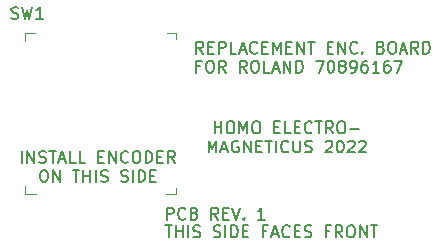
<source format=gto>
%TF.GenerationSoftware,KiCad,Pcbnew,(6.0.5-0)*%
%TF.CreationDate,2022-05-25T22:38:33-04:00*%
%TF.ProjectId,jv-2080-enc,6a762d32-3038-4302-9d65-6e632e6b6963,1*%
%TF.SameCoordinates,Original*%
%TF.FileFunction,Legend,Top*%
%TF.FilePolarity,Positive*%
%FSLAX46Y46*%
G04 Gerber Fmt 4.6, Leading zero omitted, Abs format (unit mm)*
G04 Created by KiCad (PCBNEW (6.0.5-0)) date 2022-05-25 22:38:33*
%MOMM*%
%LPD*%
G01*
G04 APERTURE LIST*
%ADD10C,0.150000*%
%ADD11C,0.100000*%
%ADD12C,2.000000*%
%ADD13R,2.800000X3.600000*%
%ADD14C,1.600000*%
%ADD15O,1.600000X1.600000*%
%ADD16R,1.600000X1.600000*%
%ADD17C,0.100000*%
%ADD18O,1.500000X4.000000*%
G04 APERTURE END LIST*
D10*
X136335595Y-103452380D02*
X136335595Y-102452380D01*
X136716547Y-102452380D01*
X136811785Y-102500000D01*
X136859404Y-102547619D01*
X136907023Y-102642857D01*
X136907023Y-102785714D01*
X136859404Y-102880952D01*
X136811785Y-102928571D01*
X136716547Y-102976190D01*
X136335595Y-102976190D01*
X137907023Y-103357142D02*
X137859404Y-103404761D01*
X137716547Y-103452380D01*
X137621309Y-103452380D01*
X137478452Y-103404761D01*
X137383214Y-103309523D01*
X137335595Y-103214285D01*
X137287976Y-103023809D01*
X137287976Y-102880952D01*
X137335595Y-102690476D01*
X137383214Y-102595238D01*
X137478452Y-102500000D01*
X137621309Y-102452380D01*
X137716547Y-102452380D01*
X137859404Y-102500000D01*
X137907023Y-102547619D01*
X138668928Y-102928571D02*
X138811785Y-102976190D01*
X138859404Y-103023809D01*
X138907023Y-103119047D01*
X138907023Y-103261904D01*
X138859404Y-103357142D01*
X138811785Y-103404761D01*
X138716547Y-103452380D01*
X138335595Y-103452380D01*
X138335595Y-102452380D01*
X138668928Y-102452380D01*
X138764166Y-102500000D01*
X138811785Y-102547619D01*
X138859404Y-102642857D01*
X138859404Y-102738095D01*
X138811785Y-102833333D01*
X138764166Y-102880952D01*
X138668928Y-102928571D01*
X138335595Y-102928571D01*
X140668928Y-103452380D02*
X140335595Y-102976190D01*
X140097500Y-103452380D02*
X140097500Y-102452380D01*
X140478452Y-102452380D01*
X140573690Y-102500000D01*
X140621309Y-102547619D01*
X140668928Y-102642857D01*
X140668928Y-102785714D01*
X140621309Y-102880952D01*
X140573690Y-102928571D01*
X140478452Y-102976190D01*
X140097500Y-102976190D01*
X141097500Y-102928571D02*
X141430833Y-102928571D01*
X141573690Y-103452380D02*
X141097500Y-103452380D01*
X141097500Y-102452380D01*
X141573690Y-102452380D01*
X141859404Y-102452380D02*
X142192738Y-103452380D01*
X142526071Y-102452380D01*
X142859404Y-103357142D02*
X142907023Y-103404761D01*
X142859404Y-103452380D01*
X142811785Y-103404761D01*
X142859404Y-103357142D01*
X142859404Y-103452380D01*
X144621309Y-103452380D02*
X144049880Y-103452380D01*
X144335595Y-103452380D02*
X144335595Y-102452380D01*
X144240357Y-102595238D01*
X144145119Y-102690476D01*
X144049880Y-102738095D01*
X124047619Y-98647380D02*
X124047619Y-97647380D01*
X124523809Y-98647380D02*
X124523809Y-97647380D01*
X125095238Y-98647380D01*
X125095238Y-97647380D01*
X125523809Y-98599761D02*
X125666666Y-98647380D01*
X125904761Y-98647380D01*
X126000000Y-98599761D01*
X126047619Y-98552142D01*
X126095238Y-98456904D01*
X126095238Y-98361666D01*
X126047619Y-98266428D01*
X126000000Y-98218809D01*
X125904761Y-98171190D01*
X125714285Y-98123571D01*
X125619047Y-98075952D01*
X125571428Y-98028333D01*
X125523809Y-97933095D01*
X125523809Y-97837857D01*
X125571428Y-97742619D01*
X125619047Y-97695000D01*
X125714285Y-97647380D01*
X125952380Y-97647380D01*
X126095238Y-97695000D01*
X126380952Y-97647380D02*
X126952380Y-97647380D01*
X126666666Y-98647380D02*
X126666666Y-97647380D01*
X127238095Y-98361666D02*
X127714285Y-98361666D01*
X127142857Y-98647380D02*
X127476190Y-97647380D01*
X127809523Y-98647380D01*
X128619047Y-98647380D02*
X128142857Y-98647380D01*
X128142857Y-97647380D01*
X129428571Y-98647380D02*
X128952380Y-98647380D01*
X128952380Y-97647380D01*
X130523809Y-98123571D02*
X130857142Y-98123571D01*
X131000000Y-98647380D02*
X130523809Y-98647380D01*
X130523809Y-97647380D01*
X131000000Y-97647380D01*
X131428571Y-98647380D02*
X131428571Y-97647380D01*
X132000000Y-98647380D01*
X132000000Y-97647380D01*
X133047619Y-98552142D02*
X133000000Y-98599761D01*
X132857142Y-98647380D01*
X132761904Y-98647380D01*
X132619047Y-98599761D01*
X132523809Y-98504523D01*
X132476190Y-98409285D01*
X132428571Y-98218809D01*
X132428571Y-98075952D01*
X132476190Y-97885476D01*
X132523809Y-97790238D01*
X132619047Y-97695000D01*
X132761904Y-97647380D01*
X132857142Y-97647380D01*
X133000000Y-97695000D01*
X133047619Y-97742619D01*
X133666666Y-97647380D02*
X133857142Y-97647380D01*
X133952380Y-97695000D01*
X134047619Y-97790238D01*
X134095238Y-97980714D01*
X134095238Y-98314047D01*
X134047619Y-98504523D01*
X133952380Y-98599761D01*
X133857142Y-98647380D01*
X133666666Y-98647380D01*
X133571428Y-98599761D01*
X133476190Y-98504523D01*
X133428571Y-98314047D01*
X133428571Y-97980714D01*
X133476190Y-97790238D01*
X133571428Y-97695000D01*
X133666666Y-97647380D01*
X134523809Y-98647380D02*
X134523809Y-97647380D01*
X134761904Y-97647380D01*
X134904761Y-97695000D01*
X135000000Y-97790238D01*
X135047619Y-97885476D01*
X135095238Y-98075952D01*
X135095238Y-98218809D01*
X135047619Y-98409285D01*
X135000000Y-98504523D01*
X134904761Y-98599761D01*
X134761904Y-98647380D01*
X134523809Y-98647380D01*
X135523809Y-98123571D02*
X135857142Y-98123571D01*
X136000000Y-98647380D02*
X135523809Y-98647380D01*
X135523809Y-97647380D01*
X136000000Y-97647380D01*
X137000000Y-98647380D02*
X136666666Y-98171190D01*
X136428571Y-98647380D02*
X136428571Y-97647380D01*
X136809523Y-97647380D01*
X136904761Y-97695000D01*
X136952380Y-97742619D01*
X137000000Y-97837857D01*
X137000000Y-97980714D01*
X136952380Y-98075952D01*
X136904761Y-98123571D01*
X136809523Y-98171190D01*
X136428571Y-98171190D01*
X125833333Y-99257380D02*
X126023809Y-99257380D01*
X126119047Y-99305000D01*
X126214285Y-99400238D01*
X126261904Y-99590714D01*
X126261904Y-99924047D01*
X126214285Y-100114523D01*
X126119047Y-100209761D01*
X126023809Y-100257380D01*
X125833333Y-100257380D01*
X125738095Y-100209761D01*
X125642857Y-100114523D01*
X125595238Y-99924047D01*
X125595238Y-99590714D01*
X125642857Y-99400238D01*
X125738095Y-99305000D01*
X125833333Y-99257380D01*
X126690476Y-100257380D02*
X126690476Y-99257380D01*
X127261904Y-100257380D01*
X127261904Y-99257380D01*
X128357142Y-99257380D02*
X128928571Y-99257380D01*
X128642857Y-100257380D02*
X128642857Y-99257380D01*
X129261904Y-100257380D02*
X129261904Y-99257380D01*
X129261904Y-99733571D02*
X129833333Y-99733571D01*
X129833333Y-100257380D02*
X129833333Y-99257380D01*
X130309523Y-100257380D02*
X130309523Y-99257380D01*
X130738095Y-100209761D02*
X130880952Y-100257380D01*
X131119047Y-100257380D01*
X131214285Y-100209761D01*
X131261904Y-100162142D01*
X131309523Y-100066904D01*
X131309523Y-99971666D01*
X131261904Y-99876428D01*
X131214285Y-99828809D01*
X131119047Y-99781190D01*
X130928571Y-99733571D01*
X130833333Y-99685952D01*
X130785714Y-99638333D01*
X130738095Y-99543095D01*
X130738095Y-99447857D01*
X130785714Y-99352619D01*
X130833333Y-99305000D01*
X130928571Y-99257380D01*
X131166666Y-99257380D01*
X131309523Y-99305000D01*
X132452380Y-100209761D02*
X132595238Y-100257380D01*
X132833333Y-100257380D01*
X132928571Y-100209761D01*
X132976190Y-100162142D01*
X133023809Y-100066904D01*
X133023809Y-99971666D01*
X132976190Y-99876428D01*
X132928571Y-99828809D01*
X132833333Y-99781190D01*
X132642857Y-99733571D01*
X132547619Y-99685952D01*
X132500000Y-99638333D01*
X132452380Y-99543095D01*
X132452380Y-99447857D01*
X132500000Y-99352619D01*
X132547619Y-99305000D01*
X132642857Y-99257380D01*
X132880952Y-99257380D01*
X133023809Y-99305000D01*
X133452380Y-100257380D02*
X133452380Y-99257380D01*
X133928571Y-100257380D02*
X133928571Y-99257380D01*
X134166666Y-99257380D01*
X134309523Y-99305000D01*
X134404761Y-99400238D01*
X134452380Y-99495476D01*
X134500000Y-99685952D01*
X134500000Y-99828809D01*
X134452380Y-100019285D01*
X134404761Y-100114523D01*
X134309523Y-100209761D01*
X134166666Y-100257380D01*
X133928571Y-100257380D01*
X134928571Y-99733571D02*
X135261904Y-99733571D01*
X135404761Y-100257380D02*
X134928571Y-100257380D01*
X134928571Y-99257380D01*
X135404761Y-99257380D01*
X140380952Y-96147380D02*
X140380952Y-95147380D01*
X140380952Y-95623571D02*
X140952380Y-95623571D01*
X140952380Y-96147380D02*
X140952380Y-95147380D01*
X141619047Y-95147380D02*
X141809523Y-95147380D01*
X141904761Y-95195000D01*
X142000000Y-95290238D01*
X142047619Y-95480714D01*
X142047619Y-95814047D01*
X142000000Y-96004523D01*
X141904761Y-96099761D01*
X141809523Y-96147380D01*
X141619047Y-96147380D01*
X141523809Y-96099761D01*
X141428571Y-96004523D01*
X141380952Y-95814047D01*
X141380952Y-95480714D01*
X141428571Y-95290238D01*
X141523809Y-95195000D01*
X141619047Y-95147380D01*
X142476190Y-96147380D02*
X142476190Y-95147380D01*
X142809523Y-95861666D01*
X143142857Y-95147380D01*
X143142857Y-96147380D01*
X143809523Y-95147380D02*
X144000000Y-95147380D01*
X144095238Y-95195000D01*
X144190476Y-95290238D01*
X144238095Y-95480714D01*
X144238095Y-95814047D01*
X144190476Y-96004523D01*
X144095238Y-96099761D01*
X144000000Y-96147380D01*
X143809523Y-96147380D01*
X143714285Y-96099761D01*
X143619047Y-96004523D01*
X143571428Y-95814047D01*
X143571428Y-95480714D01*
X143619047Y-95290238D01*
X143714285Y-95195000D01*
X143809523Y-95147380D01*
X145428571Y-95623571D02*
X145761904Y-95623571D01*
X145904761Y-96147380D02*
X145428571Y-96147380D01*
X145428571Y-95147380D01*
X145904761Y-95147380D01*
X146809523Y-96147380D02*
X146333333Y-96147380D01*
X146333333Y-95147380D01*
X147142857Y-95623571D02*
X147476190Y-95623571D01*
X147619047Y-96147380D02*
X147142857Y-96147380D01*
X147142857Y-95147380D01*
X147619047Y-95147380D01*
X148619047Y-96052142D02*
X148571428Y-96099761D01*
X148428571Y-96147380D01*
X148333333Y-96147380D01*
X148190476Y-96099761D01*
X148095238Y-96004523D01*
X148047619Y-95909285D01*
X148000000Y-95718809D01*
X148000000Y-95575952D01*
X148047619Y-95385476D01*
X148095238Y-95290238D01*
X148190476Y-95195000D01*
X148333333Y-95147380D01*
X148428571Y-95147380D01*
X148571428Y-95195000D01*
X148619047Y-95242619D01*
X148904761Y-95147380D02*
X149476190Y-95147380D01*
X149190476Y-96147380D02*
X149190476Y-95147380D01*
X150380952Y-96147380D02*
X150047619Y-95671190D01*
X149809523Y-96147380D02*
X149809523Y-95147380D01*
X150190476Y-95147380D01*
X150285714Y-95195000D01*
X150333333Y-95242619D01*
X150380952Y-95337857D01*
X150380952Y-95480714D01*
X150333333Y-95575952D01*
X150285714Y-95623571D01*
X150190476Y-95671190D01*
X149809523Y-95671190D01*
X151000000Y-95147380D02*
X151190476Y-95147380D01*
X151285714Y-95195000D01*
X151380952Y-95290238D01*
X151428571Y-95480714D01*
X151428571Y-95814047D01*
X151380952Y-96004523D01*
X151285714Y-96099761D01*
X151190476Y-96147380D01*
X151000000Y-96147380D01*
X150904761Y-96099761D01*
X150809523Y-96004523D01*
X150761904Y-95814047D01*
X150761904Y-95480714D01*
X150809523Y-95290238D01*
X150904761Y-95195000D01*
X151000000Y-95147380D01*
X151857142Y-95766428D02*
X152619047Y-95766428D01*
X139857142Y-97757380D02*
X139857142Y-96757380D01*
X140190476Y-97471666D01*
X140523809Y-96757380D01*
X140523809Y-97757380D01*
X140952380Y-97471666D02*
X141428571Y-97471666D01*
X140857142Y-97757380D02*
X141190476Y-96757380D01*
X141523809Y-97757380D01*
X142380952Y-96805000D02*
X142285714Y-96757380D01*
X142142857Y-96757380D01*
X142000000Y-96805000D01*
X141904761Y-96900238D01*
X141857142Y-96995476D01*
X141809523Y-97185952D01*
X141809523Y-97328809D01*
X141857142Y-97519285D01*
X141904761Y-97614523D01*
X142000000Y-97709761D01*
X142142857Y-97757380D01*
X142238095Y-97757380D01*
X142380952Y-97709761D01*
X142428571Y-97662142D01*
X142428571Y-97328809D01*
X142238095Y-97328809D01*
X142857142Y-97757380D02*
X142857142Y-96757380D01*
X143428571Y-97757380D01*
X143428571Y-96757380D01*
X143904761Y-97233571D02*
X144238095Y-97233571D01*
X144380952Y-97757380D02*
X143904761Y-97757380D01*
X143904761Y-96757380D01*
X144380952Y-96757380D01*
X144666666Y-96757380D02*
X145238095Y-96757380D01*
X144952380Y-97757380D02*
X144952380Y-96757380D01*
X145571428Y-97757380D02*
X145571428Y-96757380D01*
X146619047Y-97662142D02*
X146571428Y-97709761D01*
X146428571Y-97757380D01*
X146333333Y-97757380D01*
X146190476Y-97709761D01*
X146095238Y-97614523D01*
X146047619Y-97519285D01*
X146000000Y-97328809D01*
X146000000Y-97185952D01*
X146047619Y-96995476D01*
X146095238Y-96900238D01*
X146190476Y-96805000D01*
X146333333Y-96757380D01*
X146428571Y-96757380D01*
X146571428Y-96805000D01*
X146619047Y-96852619D01*
X147047619Y-96757380D02*
X147047619Y-97566904D01*
X147095238Y-97662142D01*
X147142857Y-97709761D01*
X147238095Y-97757380D01*
X147428571Y-97757380D01*
X147523809Y-97709761D01*
X147571428Y-97662142D01*
X147619047Y-97566904D01*
X147619047Y-96757380D01*
X148047619Y-97709761D02*
X148190476Y-97757380D01*
X148428571Y-97757380D01*
X148523809Y-97709761D01*
X148571428Y-97662142D01*
X148619047Y-97566904D01*
X148619047Y-97471666D01*
X148571428Y-97376428D01*
X148523809Y-97328809D01*
X148428571Y-97281190D01*
X148238095Y-97233571D01*
X148142857Y-97185952D01*
X148095238Y-97138333D01*
X148047619Y-97043095D01*
X148047619Y-96947857D01*
X148095238Y-96852619D01*
X148142857Y-96805000D01*
X148238095Y-96757380D01*
X148476190Y-96757380D01*
X148619047Y-96805000D01*
X149761904Y-96852619D02*
X149809523Y-96805000D01*
X149904761Y-96757380D01*
X150142857Y-96757380D01*
X150238095Y-96805000D01*
X150285714Y-96852619D01*
X150333333Y-96947857D01*
X150333333Y-97043095D01*
X150285714Y-97185952D01*
X149714285Y-97757380D01*
X150333333Y-97757380D01*
X150952380Y-96757380D02*
X151047619Y-96757380D01*
X151142857Y-96805000D01*
X151190476Y-96852619D01*
X151238095Y-96947857D01*
X151285714Y-97138333D01*
X151285714Y-97376428D01*
X151238095Y-97566904D01*
X151190476Y-97662142D01*
X151142857Y-97709761D01*
X151047619Y-97757380D01*
X150952380Y-97757380D01*
X150857142Y-97709761D01*
X150809523Y-97662142D01*
X150761904Y-97566904D01*
X150714285Y-97376428D01*
X150714285Y-97138333D01*
X150761904Y-96947857D01*
X150809523Y-96852619D01*
X150857142Y-96805000D01*
X150952380Y-96757380D01*
X151666666Y-96852619D02*
X151714285Y-96805000D01*
X151809523Y-96757380D01*
X152047619Y-96757380D01*
X152142857Y-96805000D01*
X152190476Y-96852619D01*
X152238095Y-96947857D01*
X152238095Y-97043095D01*
X152190476Y-97185952D01*
X151619047Y-97757380D01*
X152238095Y-97757380D01*
X152619047Y-96852619D02*
X152666666Y-96805000D01*
X152761904Y-96757380D01*
X153000000Y-96757380D01*
X153095238Y-96805000D01*
X153142857Y-96852619D01*
X153190476Y-96947857D01*
X153190476Y-97043095D01*
X153142857Y-97185952D01*
X152571428Y-97757380D01*
X153190476Y-97757380D01*
X139407023Y-89397380D02*
X139073690Y-88921190D01*
X138835595Y-89397380D02*
X138835595Y-88397380D01*
X139216547Y-88397380D01*
X139311785Y-88445000D01*
X139359404Y-88492619D01*
X139407023Y-88587857D01*
X139407023Y-88730714D01*
X139359404Y-88825952D01*
X139311785Y-88873571D01*
X139216547Y-88921190D01*
X138835595Y-88921190D01*
X139835595Y-88873571D02*
X140168928Y-88873571D01*
X140311785Y-89397380D02*
X139835595Y-89397380D01*
X139835595Y-88397380D01*
X140311785Y-88397380D01*
X140740357Y-89397380D02*
X140740357Y-88397380D01*
X141121309Y-88397380D01*
X141216547Y-88445000D01*
X141264166Y-88492619D01*
X141311785Y-88587857D01*
X141311785Y-88730714D01*
X141264166Y-88825952D01*
X141216547Y-88873571D01*
X141121309Y-88921190D01*
X140740357Y-88921190D01*
X142216547Y-89397380D02*
X141740357Y-89397380D01*
X141740357Y-88397380D01*
X142502261Y-89111666D02*
X142978452Y-89111666D01*
X142407023Y-89397380D02*
X142740357Y-88397380D01*
X143073690Y-89397380D01*
X143978452Y-89302142D02*
X143930833Y-89349761D01*
X143787976Y-89397380D01*
X143692738Y-89397380D01*
X143549880Y-89349761D01*
X143454642Y-89254523D01*
X143407023Y-89159285D01*
X143359404Y-88968809D01*
X143359404Y-88825952D01*
X143407023Y-88635476D01*
X143454642Y-88540238D01*
X143549880Y-88445000D01*
X143692738Y-88397380D01*
X143787976Y-88397380D01*
X143930833Y-88445000D01*
X143978452Y-88492619D01*
X144407023Y-88873571D02*
X144740357Y-88873571D01*
X144883214Y-89397380D02*
X144407023Y-89397380D01*
X144407023Y-88397380D01*
X144883214Y-88397380D01*
X145311785Y-89397380D02*
X145311785Y-88397380D01*
X145645119Y-89111666D01*
X145978452Y-88397380D01*
X145978452Y-89397380D01*
X146454642Y-88873571D02*
X146787976Y-88873571D01*
X146930833Y-89397380D02*
X146454642Y-89397380D01*
X146454642Y-88397380D01*
X146930833Y-88397380D01*
X147359404Y-89397380D02*
X147359404Y-88397380D01*
X147930833Y-89397380D01*
X147930833Y-88397380D01*
X148264166Y-88397380D02*
X148835595Y-88397380D01*
X148549880Y-89397380D02*
X148549880Y-88397380D01*
X149930833Y-88873571D02*
X150264166Y-88873571D01*
X150407023Y-89397380D02*
X149930833Y-89397380D01*
X149930833Y-88397380D01*
X150407023Y-88397380D01*
X150835595Y-89397380D02*
X150835595Y-88397380D01*
X151407023Y-89397380D01*
X151407023Y-88397380D01*
X152454642Y-89302142D02*
X152407023Y-89349761D01*
X152264166Y-89397380D01*
X152168928Y-89397380D01*
X152026071Y-89349761D01*
X151930833Y-89254523D01*
X151883214Y-89159285D01*
X151835595Y-88968809D01*
X151835595Y-88825952D01*
X151883214Y-88635476D01*
X151930833Y-88540238D01*
X152026071Y-88445000D01*
X152168928Y-88397380D01*
X152264166Y-88397380D01*
X152407023Y-88445000D01*
X152454642Y-88492619D01*
X152883214Y-89302142D02*
X152930833Y-89349761D01*
X152883214Y-89397380D01*
X152835595Y-89349761D01*
X152883214Y-89302142D01*
X152883214Y-89397380D01*
X154454642Y-88873571D02*
X154597500Y-88921190D01*
X154645119Y-88968809D01*
X154692738Y-89064047D01*
X154692738Y-89206904D01*
X154645119Y-89302142D01*
X154597500Y-89349761D01*
X154502261Y-89397380D01*
X154121309Y-89397380D01*
X154121309Y-88397380D01*
X154454642Y-88397380D01*
X154549880Y-88445000D01*
X154597500Y-88492619D01*
X154645119Y-88587857D01*
X154645119Y-88683095D01*
X154597500Y-88778333D01*
X154549880Y-88825952D01*
X154454642Y-88873571D01*
X154121309Y-88873571D01*
X155311785Y-88397380D02*
X155502261Y-88397380D01*
X155597500Y-88445000D01*
X155692738Y-88540238D01*
X155740357Y-88730714D01*
X155740357Y-89064047D01*
X155692738Y-89254523D01*
X155597500Y-89349761D01*
X155502261Y-89397380D01*
X155311785Y-89397380D01*
X155216547Y-89349761D01*
X155121309Y-89254523D01*
X155073690Y-89064047D01*
X155073690Y-88730714D01*
X155121309Y-88540238D01*
X155216547Y-88445000D01*
X155311785Y-88397380D01*
X156121309Y-89111666D02*
X156597500Y-89111666D01*
X156026071Y-89397380D02*
X156359404Y-88397380D01*
X156692738Y-89397380D01*
X157597500Y-89397380D02*
X157264166Y-88921190D01*
X157026071Y-89397380D02*
X157026071Y-88397380D01*
X157407023Y-88397380D01*
X157502261Y-88445000D01*
X157549880Y-88492619D01*
X157597500Y-88587857D01*
X157597500Y-88730714D01*
X157549880Y-88825952D01*
X157502261Y-88873571D01*
X157407023Y-88921190D01*
X157026071Y-88921190D01*
X158026071Y-89397380D02*
X158026071Y-88397380D01*
X158264166Y-88397380D01*
X158407023Y-88445000D01*
X158502261Y-88540238D01*
X158549880Y-88635476D01*
X158597500Y-88825952D01*
X158597500Y-88968809D01*
X158549880Y-89159285D01*
X158502261Y-89254523D01*
X158407023Y-89349761D01*
X158264166Y-89397380D01*
X158026071Y-89397380D01*
X139168928Y-90483571D02*
X138835595Y-90483571D01*
X138835595Y-91007380D02*
X138835595Y-90007380D01*
X139311785Y-90007380D01*
X139883214Y-90007380D02*
X140073690Y-90007380D01*
X140168928Y-90055000D01*
X140264166Y-90150238D01*
X140311785Y-90340714D01*
X140311785Y-90674047D01*
X140264166Y-90864523D01*
X140168928Y-90959761D01*
X140073690Y-91007380D01*
X139883214Y-91007380D01*
X139787976Y-90959761D01*
X139692738Y-90864523D01*
X139645119Y-90674047D01*
X139645119Y-90340714D01*
X139692738Y-90150238D01*
X139787976Y-90055000D01*
X139883214Y-90007380D01*
X141311785Y-91007380D02*
X140978452Y-90531190D01*
X140740357Y-91007380D02*
X140740357Y-90007380D01*
X141121309Y-90007380D01*
X141216547Y-90055000D01*
X141264166Y-90102619D01*
X141311785Y-90197857D01*
X141311785Y-90340714D01*
X141264166Y-90435952D01*
X141216547Y-90483571D01*
X141121309Y-90531190D01*
X140740357Y-90531190D01*
X143073690Y-91007380D02*
X142740357Y-90531190D01*
X142502261Y-91007380D02*
X142502261Y-90007380D01*
X142883214Y-90007380D01*
X142978452Y-90055000D01*
X143026071Y-90102619D01*
X143073690Y-90197857D01*
X143073690Y-90340714D01*
X143026071Y-90435952D01*
X142978452Y-90483571D01*
X142883214Y-90531190D01*
X142502261Y-90531190D01*
X143692738Y-90007380D02*
X143883214Y-90007380D01*
X143978452Y-90055000D01*
X144073690Y-90150238D01*
X144121309Y-90340714D01*
X144121309Y-90674047D01*
X144073690Y-90864523D01*
X143978452Y-90959761D01*
X143883214Y-91007380D01*
X143692738Y-91007380D01*
X143597500Y-90959761D01*
X143502261Y-90864523D01*
X143454642Y-90674047D01*
X143454642Y-90340714D01*
X143502261Y-90150238D01*
X143597500Y-90055000D01*
X143692738Y-90007380D01*
X145026071Y-91007380D02*
X144549880Y-91007380D01*
X144549880Y-90007380D01*
X145311785Y-90721666D02*
X145787976Y-90721666D01*
X145216547Y-91007380D02*
X145549880Y-90007380D01*
X145883214Y-91007380D01*
X146216547Y-91007380D02*
X146216547Y-90007380D01*
X146787976Y-91007380D01*
X146787976Y-90007380D01*
X147264166Y-91007380D02*
X147264166Y-90007380D01*
X147502261Y-90007380D01*
X147645119Y-90055000D01*
X147740357Y-90150238D01*
X147787976Y-90245476D01*
X147835595Y-90435952D01*
X147835595Y-90578809D01*
X147787976Y-90769285D01*
X147740357Y-90864523D01*
X147645119Y-90959761D01*
X147502261Y-91007380D01*
X147264166Y-91007380D01*
X148930833Y-90007380D02*
X149597500Y-90007380D01*
X149168928Y-91007380D01*
X150168928Y-90007380D02*
X150264166Y-90007380D01*
X150359404Y-90055000D01*
X150407023Y-90102619D01*
X150454642Y-90197857D01*
X150502261Y-90388333D01*
X150502261Y-90626428D01*
X150454642Y-90816904D01*
X150407023Y-90912142D01*
X150359404Y-90959761D01*
X150264166Y-91007380D01*
X150168928Y-91007380D01*
X150073690Y-90959761D01*
X150026071Y-90912142D01*
X149978452Y-90816904D01*
X149930833Y-90626428D01*
X149930833Y-90388333D01*
X149978452Y-90197857D01*
X150026071Y-90102619D01*
X150073690Y-90055000D01*
X150168928Y-90007380D01*
X151073690Y-90435952D02*
X150978452Y-90388333D01*
X150930833Y-90340714D01*
X150883214Y-90245476D01*
X150883214Y-90197857D01*
X150930833Y-90102619D01*
X150978452Y-90055000D01*
X151073690Y-90007380D01*
X151264166Y-90007380D01*
X151359404Y-90055000D01*
X151407023Y-90102619D01*
X151454642Y-90197857D01*
X151454642Y-90245476D01*
X151407023Y-90340714D01*
X151359404Y-90388333D01*
X151264166Y-90435952D01*
X151073690Y-90435952D01*
X150978452Y-90483571D01*
X150930833Y-90531190D01*
X150883214Y-90626428D01*
X150883214Y-90816904D01*
X150930833Y-90912142D01*
X150978452Y-90959761D01*
X151073690Y-91007380D01*
X151264166Y-91007380D01*
X151359404Y-90959761D01*
X151407023Y-90912142D01*
X151454642Y-90816904D01*
X151454642Y-90626428D01*
X151407023Y-90531190D01*
X151359404Y-90483571D01*
X151264166Y-90435952D01*
X151930833Y-91007380D02*
X152121309Y-91007380D01*
X152216547Y-90959761D01*
X152264166Y-90912142D01*
X152359404Y-90769285D01*
X152407023Y-90578809D01*
X152407023Y-90197857D01*
X152359404Y-90102619D01*
X152311785Y-90055000D01*
X152216547Y-90007380D01*
X152026071Y-90007380D01*
X151930833Y-90055000D01*
X151883214Y-90102619D01*
X151835595Y-90197857D01*
X151835595Y-90435952D01*
X151883214Y-90531190D01*
X151930833Y-90578809D01*
X152026071Y-90626428D01*
X152216547Y-90626428D01*
X152311785Y-90578809D01*
X152359404Y-90531190D01*
X152407023Y-90435952D01*
X153264166Y-90007380D02*
X153073690Y-90007380D01*
X152978452Y-90055000D01*
X152930833Y-90102619D01*
X152835595Y-90245476D01*
X152787976Y-90435952D01*
X152787976Y-90816904D01*
X152835595Y-90912142D01*
X152883214Y-90959761D01*
X152978452Y-91007380D01*
X153168928Y-91007380D01*
X153264166Y-90959761D01*
X153311785Y-90912142D01*
X153359404Y-90816904D01*
X153359404Y-90578809D01*
X153311785Y-90483571D01*
X153264166Y-90435952D01*
X153168928Y-90388333D01*
X152978452Y-90388333D01*
X152883214Y-90435952D01*
X152835595Y-90483571D01*
X152787976Y-90578809D01*
X154311785Y-91007380D02*
X153740357Y-91007380D01*
X154026071Y-91007380D02*
X154026071Y-90007380D01*
X153930833Y-90150238D01*
X153835595Y-90245476D01*
X153740357Y-90293095D01*
X155168928Y-90007380D02*
X154978452Y-90007380D01*
X154883214Y-90055000D01*
X154835595Y-90102619D01*
X154740357Y-90245476D01*
X154692738Y-90435952D01*
X154692738Y-90816904D01*
X154740357Y-90912142D01*
X154787976Y-90959761D01*
X154883214Y-91007380D01*
X155073690Y-91007380D01*
X155168928Y-90959761D01*
X155216547Y-90912142D01*
X155264166Y-90816904D01*
X155264166Y-90578809D01*
X155216547Y-90483571D01*
X155168928Y-90435952D01*
X155073690Y-90388333D01*
X154883214Y-90388333D01*
X154787976Y-90435952D01*
X154740357Y-90483571D01*
X154692738Y-90578809D01*
X155597500Y-90007380D02*
X156264166Y-90007380D01*
X155835595Y-91007380D01*
X136192738Y-103952380D02*
X136764166Y-103952380D01*
X136478452Y-104952380D02*
X136478452Y-103952380D01*
X137097500Y-104952380D02*
X137097500Y-103952380D01*
X137097500Y-104428571D02*
X137668928Y-104428571D01*
X137668928Y-104952380D02*
X137668928Y-103952380D01*
X138145119Y-104952380D02*
X138145119Y-103952380D01*
X138573690Y-104904761D02*
X138716547Y-104952380D01*
X138954642Y-104952380D01*
X139049880Y-104904761D01*
X139097500Y-104857142D01*
X139145119Y-104761904D01*
X139145119Y-104666666D01*
X139097500Y-104571428D01*
X139049880Y-104523809D01*
X138954642Y-104476190D01*
X138764166Y-104428571D01*
X138668928Y-104380952D01*
X138621309Y-104333333D01*
X138573690Y-104238095D01*
X138573690Y-104142857D01*
X138621309Y-104047619D01*
X138668928Y-104000000D01*
X138764166Y-103952380D01*
X139002261Y-103952380D01*
X139145119Y-104000000D01*
X140287976Y-104904761D02*
X140430833Y-104952380D01*
X140668928Y-104952380D01*
X140764166Y-104904761D01*
X140811785Y-104857142D01*
X140859404Y-104761904D01*
X140859404Y-104666666D01*
X140811785Y-104571428D01*
X140764166Y-104523809D01*
X140668928Y-104476190D01*
X140478452Y-104428571D01*
X140383214Y-104380952D01*
X140335595Y-104333333D01*
X140287976Y-104238095D01*
X140287976Y-104142857D01*
X140335595Y-104047619D01*
X140383214Y-104000000D01*
X140478452Y-103952380D01*
X140716547Y-103952380D01*
X140859404Y-104000000D01*
X141287976Y-104952380D02*
X141287976Y-103952380D01*
X141764166Y-104952380D02*
X141764166Y-103952380D01*
X142002261Y-103952380D01*
X142145119Y-104000000D01*
X142240357Y-104095238D01*
X142287976Y-104190476D01*
X142335595Y-104380952D01*
X142335595Y-104523809D01*
X142287976Y-104714285D01*
X142240357Y-104809523D01*
X142145119Y-104904761D01*
X142002261Y-104952380D01*
X141764166Y-104952380D01*
X142764166Y-104428571D02*
X143097500Y-104428571D01*
X143240357Y-104952380D02*
X142764166Y-104952380D01*
X142764166Y-103952380D01*
X143240357Y-103952380D01*
X144764166Y-104428571D02*
X144430833Y-104428571D01*
X144430833Y-104952380D02*
X144430833Y-103952380D01*
X144907023Y-103952380D01*
X145240357Y-104666666D02*
X145716547Y-104666666D01*
X145145119Y-104952380D02*
X145478452Y-103952380D01*
X145811785Y-104952380D01*
X146716547Y-104857142D02*
X146668928Y-104904761D01*
X146526071Y-104952380D01*
X146430833Y-104952380D01*
X146287976Y-104904761D01*
X146192738Y-104809523D01*
X146145119Y-104714285D01*
X146097500Y-104523809D01*
X146097500Y-104380952D01*
X146145119Y-104190476D01*
X146192738Y-104095238D01*
X146287976Y-104000000D01*
X146430833Y-103952380D01*
X146526071Y-103952380D01*
X146668928Y-104000000D01*
X146716547Y-104047619D01*
X147145119Y-104428571D02*
X147478452Y-104428571D01*
X147621309Y-104952380D02*
X147145119Y-104952380D01*
X147145119Y-103952380D01*
X147621309Y-103952380D01*
X148002261Y-104904761D02*
X148145119Y-104952380D01*
X148383214Y-104952380D01*
X148478452Y-104904761D01*
X148526071Y-104857142D01*
X148573690Y-104761904D01*
X148573690Y-104666666D01*
X148526071Y-104571428D01*
X148478452Y-104523809D01*
X148383214Y-104476190D01*
X148192738Y-104428571D01*
X148097500Y-104380952D01*
X148049880Y-104333333D01*
X148002261Y-104238095D01*
X148002261Y-104142857D01*
X148049880Y-104047619D01*
X148097500Y-104000000D01*
X148192738Y-103952380D01*
X148430833Y-103952380D01*
X148573690Y-104000000D01*
X150097500Y-104428571D02*
X149764166Y-104428571D01*
X149764166Y-104952380D02*
X149764166Y-103952380D01*
X150240357Y-103952380D01*
X151192738Y-104952380D02*
X150859404Y-104476190D01*
X150621309Y-104952380D02*
X150621309Y-103952380D01*
X151002261Y-103952380D01*
X151097500Y-104000000D01*
X151145119Y-104047619D01*
X151192738Y-104142857D01*
X151192738Y-104285714D01*
X151145119Y-104380952D01*
X151097500Y-104428571D01*
X151002261Y-104476190D01*
X150621309Y-104476190D01*
X151811785Y-103952380D02*
X152002261Y-103952380D01*
X152097500Y-104000000D01*
X152192738Y-104095238D01*
X152240357Y-104285714D01*
X152240357Y-104619047D01*
X152192738Y-104809523D01*
X152097500Y-104904761D01*
X152002261Y-104952380D01*
X151811785Y-104952380D01*
X151716547Y-104904761D01*
X151621309Y-104809523D01*
X151573690Y-104619047D01*
X151573690Y-104285714D01*
X151621309Y-104095238D01*
X151716547Y-104000000D01*
X151811785Y-103952380D01*
X152668928Y-104952380D02*
X152668928Y-103952380D01*
X153240357Y-104952380D01*
X153240357Y-103952380D01*
X153573690Y-103952380D02*
X154145119Y-103952380D01*
X153859404Y-104952380D02*
X153859404Y-103952380D01*
%TO.C,SW1*%
X123166666Y-86404761D02*
X123309523Y-86452380D01*
X123547619Y-86452380D01*
X123642857Y-86404761D01*
X123690476Y-86357142D01*
X123738095Y-86261904D01*
X123738095Y-86166666D01*
X123690476Y-86071428D01*
X123642857Y-86023809D01*
X123547619Y-85976190D01*
X123357142Y-85928571D01*
X123261904Y-85880952D01*
X123214285Y-85833333D01*
X123166666Y-85738095D01*
X123166666Y-85642857D01*
X123214285Y-85547619D01*
X123261904Y-85500000D01*
X123357142Y-85452380D01*
X123595238Y-85452380D01*
X123738095Y-85500000D01*
X124071428Y-85452380D02*
X124309523Y-86452380D01*
X124500000Y-85738095D01*
X124690476Y-86452380D01*
X124928571Y-85452380D01*
X125833333Y-86452380D02*
X125261904Y-86452380D01*
X125547619Y-86452380D02*
X125547619Y-85452380D01*
X125452380Y-85595238D01*
X125357142Y-85690476D01*
X125261904Y-85738095D01*
D11*
X137075000Y-87675000D02*
X137075000Y-88175000D01*
X125275000Y-101325000D02*
X124325000Y-101325000D01*
X136375000Y-87675000D02*
X137075000Y-87675000D01*
X125175000Y-87675000D02*
X124325000Y-87675000D01*
X124325000Y-87675000D02*
X124325000Y-88350000D01*
X137075000Y-101325000D02*
X136275000Y-101325000D01*
X137075000Y-100750000D02*
X137075000Y-101325000D01*
X124325000Y-101325000D02*
X124325000Y-100650000D01*
%TD*%
%LPC*%
D12*
%TO.C,SW1*%
X128200000Y-87500000D03*
X133200000Y-87500000D03*
D13*
X125000000Y-94500000D03*
X136400000Y-94500000D03*
D12*
X128200000Y-102000000D03*
X133200000Y-102000000D03*
X130700000Y-102000000D03*
%TD*%
D14*
%TO.C,R1*%
X142500000Y-110500000D03*
D15*
X150120000Y-110500000D03*
%TD*%
D14*
%TO.C,R2*%
X142500000Y-107000000D03*
D15*
X150120000Y-107000000D03*
%TD*%
D14*
%TO.C,C2*%
X151500000Y-86500000D03*
X156500000Y-86500000D03*
%TD*%
%TO.C,R3*%
X156000000Y-111000000D03*
D15*
X156000000Y-103380000D03*
%TD*%
D16*
%TO.C,U1*%
X150500000Y-100500000D03*
D15*
X147960000Y-100500000D03*
X145420000Y-100500000D03*
X142880000Y-100500000D03*
X142880000Y-92880000D03*
X145420000Y-92880000D03*
X147960000Y-92880000D03*
X150500000Y-92880000D03*
%TD*%
D17*
%TO.C,J1*%
X125500000Y-110500000D03*
X136500000Y-110500000D03*
D18*
X134000000Y-110500000D03*
X132000000Y-110500000D03*
X130000000Y-110500000D03*
X128000000Y-110500000D03*
%TD*%
D14*
%TO.C,C3*%
X141500000Y-86500000D03*
X146500000Y-86500000D03*
%TD*%
D16*
%TO.C,C1*%
X156000000Y-95044888D03*
D14*
X156000000Y-97044888D03*
%TD*%
M02*

</source>
